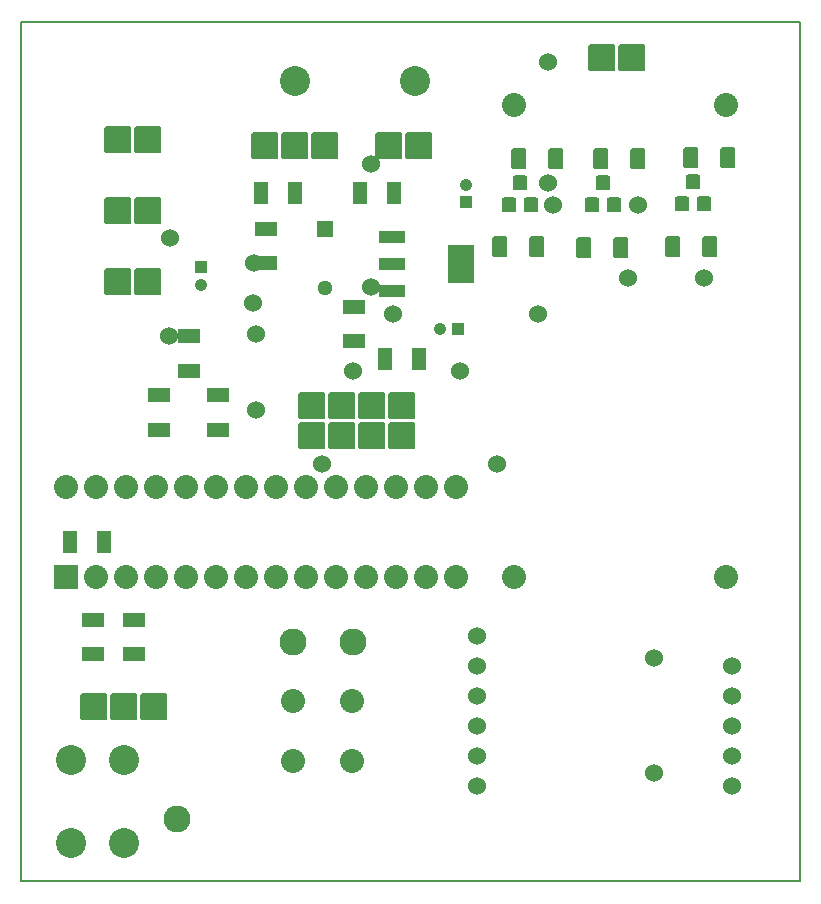
<source format=gbr>
G04 PROTEUS RS274X GERBER FILE*
%FSLAX45Y45*%
%MOMM*%
G01*
%ADD72C,1.524000*%
%AMPPAD023*
4,1,36,
-1.016000,-0.889000,
-1.016000,0.889000,
-1.013470,0.914970,
-1.006200,0.938980,
-0.994650,0.960580,
-0.979290,0.979290,
-0.960570,0.994650,
-0.938980,1.006200,
-0.914970,1.013470,
-0.889000,1.016000,
0.889000,1.016000,
0.914970,1.013470,
0.938980,1.006200,
0.960570,0.994650,
0.979290,0.979290,
0.994650,0.960580,
1.006200,0.938980,
1.013470,0.914970,
1.016000,0.889000,
1.016000,-0.889000,
1.013470,-0.914970,
1.006200,-0.938980,
0.994650,-0.960580,
0.979290,-0.979290,
0.960570,-0.994650,
0.938980,-1.006200,
0.914970,-1.013470,
0.889000,-1.016000,
-0.889000,-1.016000,
-0.914970,-1.013470,
-0.938980,-1.006200,
-0.960570,-0.994650,
-0.979290,-0.979290,
-0.994650,-0.960580,
-1.006200,-0.938980,
-1.013470,-0.914970,
-1.016000,-0.889000,
0*%
%ADD73PPAD023*%
%ADD71C,2.032000*%
%AMPPAD024*
4,1,36,
-1.016000,1.143000,
1.016000,1.143000,
1.041970,1.140470,
1.065980,1.133200,
1.087580,1.121650,
1.106290,1.106290,
1.121650,1.087570,
1.133200,1.065980,
1.140470,1.041970,
1.143000,1.016000,
1.143000,-1.016000,
1.140470,-1.041970,
1.133200,-1.065980,
1.121650,-1.087570,
1.106290,-1.106290,
1.087580,-1.121650,
1.065980,-1.133200,
1.041970,-1.140470,
1.016000,-1.143000,
-1.016000,-1.143000,
-1.041970,-1.140470,
-1.065980,-1.133200,
-1.087580,-1.121650,
-1.106290,-1.106290,
-1.121650,-1.087570,
-1.133200,-1.065980,
-1.140470,-1.041970,
-1.143000,-1.016000,
-1.143000,1.016000,
-1.140470,1.041970,
-1.133200,1.065980,
-1.121650,1.087570,
-1.106290,1.106290,
-1.087580,1.121650,
-1.065980,1.133200,
-1.041970,1.140470,
-1.016000,1.143000,
0*%
%ADD30PPAD024*%
%ADD31C,2.540000*%
%AMPPAD026*
4,1,4,
0.640000,0.640000,
0.640000,-0.640000,
-0.640000,-0.640000,
-0.640000,0.640000,
0.640000,0.640000,
0*%
%ADD32PPAD026*%
%ADD18C,1.280000*%
%AMPPAD027*
4,1,4,
0.525000,0.525000,
0.525000,-0.525000,
-0.525000,-0.525000,
-0.525000,0.525000,
0.525000,0.525000,
0*%
%ADD33PPAD027*%
%ADD70C,1.050000*%
%AMPPAD028*
4,1,4,
0.571500,0.901700,
-0.571500,0.901700,
-0.571500,-0.901700,
0.571500,-0.901700,
0.571500,0.901700,
0*%
%ADD34PPAD028*%
%AMPPAD029*
4,1,4,
-0.901700,0.571500,
-0.901700,-0.571500,
0.901700,-0.571500,
0.901700,0.571500,
-0.901700,0.571500,
0*%
%ADD35PPAD029*%
%AMPPAD030*
4,1,4,
-1.079500,0.469900,
-1.079500,-0.469900,
1.079500,-0.469900,
1.079500,0.469900,
-1.079500,0.469900,
0*%
%ADD36PPAD030*%
%AMPPAD031*
4,1,4,
-1.079500,-1.625600,
1.079500,-1.625600,
1.079500,1.625600,
-1.079500,1.625600,
-1.079500,-1.625600,
0*%
%ADD37PPAD031*%
%AMPPAD032*
4,1,36,
-0.444500,-0.635000,
0.444500,-0.635000,
0.470470,-0.632470,
0.494480,-0.625200,
0.516080,-0.613650,
0.534790,-0.598290,
0.550150,-0.579570,
0.561700,-0.557980,
0.568970,-0.533970,
0.571500,-0.508000,
0.571500,0.508000,
0.568970,0.533970,
0.561700,0.557980,
0.550150,0.579570,
0.534790,0.598290,
0.516080,0.613650,
0.494480,0.625200,
0.470470,0.632470,
0.444500,0.635000,
-0.444500,0.635000,
-0.470470,0.632470,
-0.494480,0.625200,
-0.516080,0.613650,
-0.534790,0.598290,
-0.550150,0.579570,
-0.561700,0.557980,
-0.568970,0.533970,
-0.571500,0.508000,
-0.571500,-0.508000,
-0.568970,-0.533970,
-0.561700,-0.557980,
-0.550150,-0.579570,
-0.534790,-0.598290,
-0.516080,-0.613650,
-0.494480,-0.625200,
-0.470470,-0.632470,
-0.444500,-0.635000,
0*%
%ADD38PPAD032*%
%AMPPAD033*
4,1,36,
0.508000,0.889000,
-0.508000,0.889000,
-0.533970,0.886470,
-0.557980,0.879200,
-0.579580,0.867650,
-0.598290,0.852290,
-0.613650,0.833570,
-0.625200,0.811980,
-0.632470,0.787970,
-0.635000,0.762000,
-0.635000,-0.762000,
-0.632470,-0.787970,
-0.625200,-0.811980,
-0.613650,-0.833570,
-0.598290,-0.852290,
-0.579580,-0.867650,
-0.557980,-0.879200,
-0.533970,-0.886470,
-0.508000,-0.889000,
0.508000,-0.889000,
0.533970,-0.886470,
0.557980,-0.879200,
0.579580,-0.867650,
0.598290,-0.852290,
0.613650,-0.833570,
0.625200,-0.811980,
0.632470,-0.787970,
0.635000,-0.762000,
0.635000,0.762000,
0.632470,0.787970,
0.625200,0.811980,
0.613650,0.833570,
0.598290,0.852290,
0.579580,0.867650,
0.557980,0.879200,
0.533970,0.886470,
0.508000,0.889000,
0*%
%ADD39PPAD033*%
%ADD15C,2.286000*%
%ADD20C,0.203200*%
D72*
X+1297627Y+4655399D03*
X+1300376Y+5485572D03*
X+2852969Y+4363554D03*
X+3761749Y+4363554D03*
X+2589378Y+3569447D03*
X+4068499Y+3569447D03*
X+5183326Y+5146345D03*
X+5825623Y+5146345D03*
X+2034157Y+4672826D03*
X+2031221Y+4026815D03*
X+4549975Y+5764082D03*
X+5262570Y+5764735D03*
X+5403855Y+1932120D03*
X+5403855Y+953162D03*
X+4505949Y+5954230D03*
X+4505949Y+6977348D03*
X+3192242Y+4842938D03*
X+4417347Y+4844933D03*
X+2004911Y+4931464D03*
X+2010902Y+5272926D03*
X+3004664Y+5072509D03*
X+3004160Y+6114457D03*
D73*
X+423601Y+2613126D03*
D71*
X+677601Y+2613126D03*
X+931601Y+2613126D03*
X+1185601Y+2613126D03*
X+1439601Y+2613126D03*
X+1693601Y+2613126D03*
X+1947601Y+2613126D03*
X+2201601Y+2613126D03*
X+2455601Y+2613126D03*
X+2709601Y+2613126D03*
X+2963601Y+2613126D03*
X+3217601Y+2613126D03*
X+3471601Y+2613126D03*
X+3725601Y+2613126D03*
X+3725601Y+3375126D03*
X+3471601Y+3375126D03*
X+3217601Y+3375126D03*
X+2963601Y+3375126D03*
X+2709601Y+3375126D03*
X+2455601Y+3375126D03*
X+2201601Y+3375126D03*
X+1947601Y+3375126D03*
X+1693601Y+3375126D03*
X+1439601Y+3375126D03*
X+1185601Y+3375126D03*
X+931601Y+3375126D03*
X+677601Y+3375126D03*
X+425601Y+3375126D03*
D30*
X+2109601Y+6263126D03*
X+2363601Y+6263126D03*
X+2617601Y+6263126D03*
D31*
X+2363601Y+6813126D03*
X+3379601Y+6813126D03*
D30*
X+5213601Y+7013126D03*
X+4959601Y+7013126D03*
D32*
X+2613601Y+5563126D03*
D18*
X+2613601Y+5063126D03*
D33*
X+1563601Y+5238126D03*
D70*
X+1563601Y+5088126D03*
D34*
X+2363601Y+5863126D03*
X+2073601Y+5863126D03*
D35*
X+2113601Y+5563126D03*
X+2113601Y+5273126D03*
D34*
X+2913601Y+5863126D03*
X+3203601Y+5863126D03*
D30*
X+3413601Y+6263126D03*
X+3159601Y+6263126D03*
D36*
X+3183601Y+5033126D03*
X+3183601Y+5263126D03*
X+3183601Y+5493126D03*
D37*
X+3763601Y+5263126D03*
D33*
X+3813601Y+5788126D03*
D70*
X+3813601Y+5938126D03*
D33*
X+3738601Y+4713126D03*
D70*
X+3588601Y+4713126D03*
D35*
X+2863601Y+4613126D03*
X+2863601Y+4903126D03*
D34*
X+3413601Y+4463126D03*
X+3123601Y+4463126D03*
D71*
X+6013601Y+6613126D03*
X+4213601Y+6613126D03*
X+6013601Y+2613126D03*
X+4213601Y+2613126D03*
D38*
X+4969621Y+5953626D03*
X+5063601Y+5763126D03*
X+4875641Y+5763126D03*
D39*
X+5269621Y+6153626D03*
X+4954661Y+6153626D03*
X+5119621Y+5403626D03*
X+4804661Y+5403626D03*
D38*
X+5728561Y+5963126D03*
X+5822541Y+5772626D03*
X+5634581Y+5772626D03*
D39*
X+6028561Y+6163126D03*
X+5713601Y+6163126D03*
X+5878561Y+5413126D03*
X+5563601Y+5413126D03*
D38*
X+4269621Y+5953626D03*
X+4363601Y+5763126D03*
X+4175641Y+5763126D03*
D39*
X+4569621Y+6153626D03*
X+4254661Y+6153626D03*
X+4413601Y+5413126D03*
X+4098641Y+5413126D03*
D15*
X+2347601Y+2063126D03*
X+2855601Y+2063126D03*
D71*
X+2347601Y+1563126D03*
X+2347601Y+1055126D03*
X+2847601Y+1563126D03*
X+2847601Y+1055126D03*
D35*
X+1713601Y+3863126D03*
X+1713601Y+4153126D03*
X+1463601Y+4363126D03*
X+1463601Y+4653126D03*
X+1213601Y+3863126D03*
X+1213601Y+4153126D03*
D34*
X+457601Y+2913126D03*
X+747601Y+2913126D03*
D35*
X+647601Y+1963126D03*
X+647601Y+2253126D03*
X+997601Y+1963126D03*
X+997601Y+2253126D03*
D30*
X+1117601Y+5113126D03*
X+863601Y+5113126D03*
X+1113601Y+5713126D03*
X+859601Y+5713126D03*
X+1113601Y+6313126D03*
X+859601Y+6313126D03*
D72*
X+6063601Y+847126D03*
X+6063601Y+1101126D03*
X+6063601Y+1355126D03*
X+6063601Y+1609126D03*
X+6063601Y+1863126D03*
X+3904601Y+847126D03*
X+3904601Y+1101126D03*
X+3904601Y+1355126D03*
X+3904601Y+1609126D03*
X+3904601Y+1863126D03*
X+3904601Y+2117126D03*
D15*
X+1363601Y+563126D03*
D30*
X+2509601Y+3809126D03*
X+2763601Y+3809126D03*
X+3017601Y+3809126D03*
X+3271601Y+3809126D03*
X+3271601Y+4063126D03*
X+3017601Y+4063126D03*
X+2763601Y+4063126D03*
X+2509601Y+4063126D03*
X+663601Y+1513126D03*
X+917601Y+1513126D03*
X+1171601Y+1513126D03*
D31*
X+463601Y+363126D03*
X+463601Y+1063126D03*
X+913601Y+363126D03*
X+913601Y+1063126D03*
D20*
X+39941Y+39466D02*
X+6637261Y+39466D01*
X+6637261Y+7313126D01*
X+39941Y+7313126D01*
X+39941Y+39466D01*
M02*

</source>
